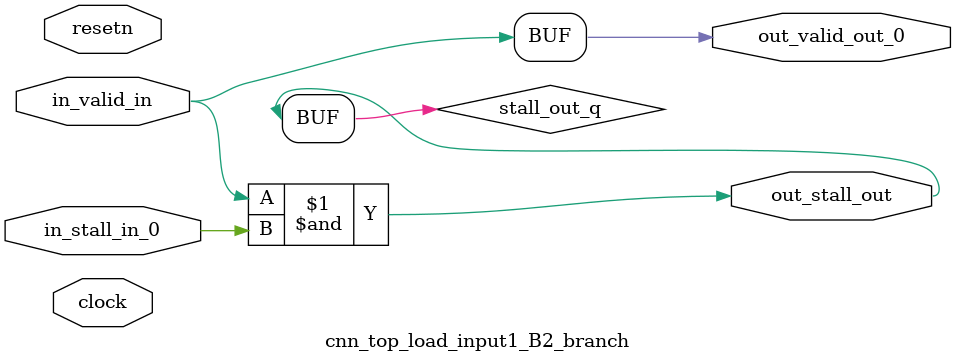
<source format=sv>



(* altera_attribute = "-name AUTO_SHIFT_REGISTER_RECOGNITION OFF; -name MESSAGE_DISABLE 10036; -name MESSAGE_DISABLE 10037; -name MESSAGE_DISABLE 14130; -name MESSAGE_DISABLE 14320; -name MESSAGE_DISABLE 15400; -name MESSAGE_DISABLE 14130; -name MESSAGE_DISABLE 10036; -name MESSAGE_DISABLE 12020; -name MESSAGE_DISABLE 12030; -name MESSAGE_DISABLE 12010; -name MESSAGE_DISABLE 12110; -name MESSAGE_DISABLE 14320; -name MESSAGE_DISABLE 13410; -name MESSAGE_DISABLE 113007; -name MESSAGE_DISABLE 10958" *)
module cnn_top_load_input1_B2_branch (
    input wire [0:0] in_stall_in_0,
    input wire [0:0] in_valid_in,
    output wire [0:0] out_stall_out,
    output wire [0:0] out_valid_out_0,
    input wire clock,
    input wire resetn
    );

    wire [0:0] stall_out_q;


    // stall_out(LOGICAL,6)
    assign stall_out_q = in_valid_in & in_stall_in_0;

    // out_stall_out(GPOUT,4)
    assign out_stall_out = stall_out_q;

    // out_valid_out_0(GPOUT,5)
    assign out_valid_out_0 = in_valid_in;

endmodule

</source>
